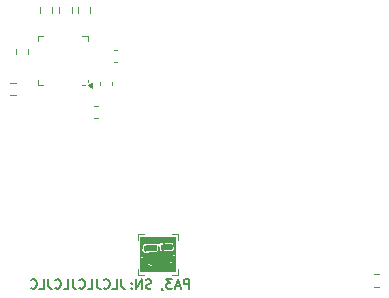
<source format=gbr>
%TF.GenerationSoftware,KiCad,Pcbnew,8.0.2-8.0.2-0~ubuntu22.04.1*%
%TF.CreationDate,2024-06-03T20:12:09+08:00*%
%TF.ProjectId,pcb-stm32,7063622d-7374-46d3-9332-2e6b69636164,rev?*%
%TF.SameCoordinates,Original*%
%TF.FileFunction,Legend,Bot*%
%TF.FilePolarity,Positive*%
%FSLAX46Y46*%
G04 Gerber Fmt 4.6, Leading zero omitted, Abs format (unit mm)*
G04 Created by KiCad (PCBNEW 8.0.2-8.0.2-0~ubuntu22.04.1) date 2024-06-03 20:12:09*
%MOMM*%
%LPD*%
G01*
G04 APERTURE LIST*
%ADD10C,0.100000*%
%ADD11C,0.150000*%
%ADD12C,0.120000*%
%ADD13C,0.000000*%
G04 APERTURE END LIST*
D10*
X118900000Y-95200000D02*
X118900000Y-94700000D01*
X122300000Y-91800000D02*
X122300000Y-92300000D01*
X118900000Y-95200000D02*
X119400000Y-95200000D01*
X122300000Y-91800000D02*
X121800000Y-91800000D01*
X122300000Y-95200000D02*
X122300000Y-94700000D01*
X122300000Y-95200000D02*
X121800000Y-95200000D01*
X118900000Y-91800000D02*
X118900000Y-92300000D01*
X118900000Y-91800000D02*
X119400000Y-91800000D01*
D11*
X117482268Y-95594295D02*
X117482268Y-96165723D01*
X117482268Y-96165723D02*
X117520363Y-96280009D01*
X117520363Y-96280009D02*
X117596554Y-96356200D01*
X117596554Y-96356200D02*
X117710839Y-96394295D01*
X117710839Y-96394295D02*
X117787030Y-96394295D01*
X116720363Y-96394295D02*
X117101315Y-96394295D01*
X117101315Y-96394295D02*
X117101315Y-95594295D01*
X115996553Y-96318104D02*
X116034649Y-96356200D01*
X116034649Y-96356200D02*
X116148934Y-96394295D01*
X116148934Y-96394295D02*
X116225125Y-96394295D01*
X116225125Y-96394295D02*
X116339411Y-96356200D01*
X116339411Y-96356200D02*
X116415601Y-96280009D01*
X116415601Y-96280009D02*
X116453696Y-96203819D01*
X116453696Y-96203819D02*
X116491792Y-96051438D01*
X116491792Y-96051438D02*
X116491792Y-95937152D01*
X116491792Y-95937152D02*
X116453696Y-95784771D01*
X116453696Y-95784771D02*
X116415601Y-95708580D01*
X116415601Y-95708580D02*
X116339411Y-95632390D01*
X116339411Y-95632390D02*
X116225125Y-95594295D01*
X116225125Y-95594295D02*
X116148934Y-95594295D01*
X116148934Y-95594295D02*
X116034649Y-95632390D01*
X116034649Y-95632390D02*
X115996553Y-95670485D01*
X115425125Y-95594295D02*
X115425125Y-96165723D01*
X115425125Y-96165723D02*
X115463220Y-96280009D01*
X115463220Y-96280009D02*
X115539411Y-96356200D01*
X115539411Y-96356200D02*
X115653696Y-96394295D01*
X115653696Y-96394295D02*
X115729887Y-96394295D01*
X114663220Y-96394295D02*
X115044172Y-96394295D01*
X115044172Y-96394295D02*
X115044172Y-95594295D01*
X113939410Y-96318104D02*
X113977506Y-96356200D01*
X113977506Y-96356200D02*
X114091791Y-96394295D01*
X114091791Y-96394295D02*
X114167982Y-96394295D01*
X114167982Y-96394295D02*
X114282268Y-96356200D01*
X114282268Y-96356200D02*
X114358458Y-96280009D01*
X114358458Y-96280009D02*
X114396553Y-96203819D01*
X114396553Y-96203819D02*
X114434649Y-96051438D01*
X114434649Y-96051438D02*
X114434649Y-95937152D01*
X114434649Y-95937152D02*
X114396553Y-95784771D01*
X114396553Y-95784771D02*
X114358458Y-95708580D01*
X114358458Y-95708580D02*
X114282268Y-95632390D01*
X114282268Y-95632390D02*
X114167982Y-95594295D01*
X114167982Y-95594295D02*
X114091791Y-95594295D01*
X114091791Y-95594295D02*
X113977506Y-95632390D01*
X113977506Y-95632390D02*
X113939410Y-95670485D01*
X113367982Y-95594295D02*
X113367982Y-96165723D01*
X113367982Y-96165723D02*
X113406077Y-96280009D01*
X113406077Y-96280009D02*
X113482268Y-96356200D01*
X113482268Y-96356200D02*
X113596553Y-96394295D01*
X113596553Y-96394295D02*
X113672744Y-96394295D01*
X112606077Y-96394295D02*
X112987029Y-96394295D01*
X112987029Y-96394295D02*
X112987029Y-95594295D01*
X111882267Y-96318104D02*
X111920363Y-96356200D01*
X111920363Y-96356200D02*
X112034648Y-96394295D01*
X112034648Y-96394295D02*
X112110839Y-96394295D01*
X112110839Y-96394295D02*
X112225125Y-96356200D01*
X112225125Y-96356200D02*
X112301315Y-96280009D01*
X112301315Y-96280009D02*
X112339410Y-96203819D01*
X112339410Y-96203819D02*
X112377506Y-96051438D01*
X112377506Y-96051438D02*
X112377506Y-95937152D01*
X112377506Y-95937152D02*
X112339410Y-95784771D01*
X112339410Y-95784771D02*
X112301315Y-95708580D01*
X112301315Y-95708580D02*
X112225125Y-95632390D01*
X112225125Y-95632390D02*
X112110839Y-95594295D01*
X112110839Y-95594295D02*
X112034648Y-95594295D01*
X112034648Y-95594295D02*
X111920363Y-95632390D01*
X111920363Y-95632390D02*
X111882267Y-95670485D01*
X111310839Y-95594295D02*
X111310839Y-96165723D01*
X111310839Y-96165723D02*
X111348934Y-96280009D01*
X111348934Y-96280009D02*
X111425125Y-96356200D01*
X111425125Y-96356200D02*
X111539410Y-96394295D01*
X111539410Y-96394295D02*
X111615601Y-96394295D01*
X110548934Y-96394295D02*
X110929886Y-96394295D01*
X110929886Y-96394295D02*
X110929886Y-95594295D01*
X109825124Y-96318104D02*
X109863220Y-96356200D01*
X109863220Y-96356200D02*
X109977505Y-96394295D01*
X109977505Y-96394295D02*
X110053696Y-96394295D01*
X110053696Y-96394295D02*
X110167982Y-96356200D01*
X110167982Y-96356200D02*
X110244172Y-96280009D01*
X110244172Y-96280009D02*
X110282267Y-96203819D01*
X110282267Y-96203819D02*
X110320363Y-96051438D01*
X110320363Y-96051438D02*
X110320363Y-95937152D01*
X110320363Y-95937152D02*
X110282267Y-95784771D01*
X110282267Y-95784771D02*
X110244172Y-95708580D01*
X110244172Y-95708580D02*
X110167982Y-95632390D01*
X110167982Y-95632390D02*
X110053696Y-95594295D01*
X110053696Y-95594295D02*
X109977505Y-95594295D01*
X109977505Y-95594295D02*
X109863220Y-95632390D01*
X109863220Y-95632390D02*
X109825124Y-95670485D01*
X123210839Y-96394295D02*
X123210839Y-95594295D01*
X123210839Y-95594295D02*
X122906077Y-95594295D01*
X122906077Y-95594295D02*
X122829887Y-95632390D01*
X122829887Y-95632390D02*
X122791792Y-95670485D01*
X122791792Y-95670485D02*
X122753696Y-95746676D01*
X122753696Y-95746676D02*
X122753696Y-95860961D01*
X122753696Y-95860961D02*
X122791792Y-95937152D01*
X122791792Y-95937152D02*
X122829887Y-95975247D01*
X122829887Y-95975247D02*
X122906077Y-96013342D01*
X122906077Y-96013342D02*
X123210839Y-96013342D01*
X122448935Y-96165723D02*
X122067982Y-96165723D01*
X122525125Y-96394295D02*
X122258458Y-95594295D01*
X122258458Y-95594295D02*
X121991792Y-96394295D01*
X121801316Y-95594295D02*
X121306078Y-95594295D01*
X121306078Y-95594295D02*
X121572744Y-95899057D01*
X121572744Y-95899057D02*
X121458459Y-95899057D01*
X121458459Y-95899057D02*
X121382268Y-95937152D01*
X121382268Y-95937152D02*
X121344173Y-95975247D01*
X121344173Y-95975247D02*
X121306078Y-96051438D01*
X121306078Y-96051438D02*
X121306078Y-96241914D01*
X121306078Y-96241914D02*
X121344173Y-96318104D01*
X121344173Y-96318104D02*
X121382268Y-96356200D01*
X121382268Y-96356200D02*
X121458459Y-96394295D01*
X121458459Y-96394295D02*
X121687030Y-96394295D01*
X121687030Y-96394295D02*
X121763221Y-96356200D01*
X121763221Y-96356200D02*
X121801316Y-96318104D01*
X120925125Y-96356200D02*
X120925125Y-96394295D01*
X120925125Y-96394295D02*
X120963220Y-96470485D01*
X120963220Y-96470485D02*
X121001316Y-96508580D01*
X120010840Y-96356200D02*
X119896554Y-96394295D01*
X119896554Y-96394295D02*
X119706078Y-96394295D01*
X119706078Y-96394295D02*
X119629887Y-96356200D01*
X119629887Y-96356200D02*
X119591792Y-96318104D01*
X119591792Y-96318104D02*
X119553697Y-96241914D01*
X119553697Y-96241914D02*
X119553697Y-96165723D01*
X119553697Y-96165723D02*
X119591792Y-96089533D01*
X119591792Y-96089533D02*
X119629887Y-96051438D01*
X119629887Y-96051438D02*
X119706078Y-96013342D01*
X119706078Y-96013342D02*
X119858459Y-95975247D01*
X119858459Y-95975247D02*
X119934649Y-95937152D01*
X119934649Y-95937152D02*
X119972744Y-95899057D01*
X119972744Y-95899057D02*
X120010840Y-95822866D01*
X120010840Y-95822866D02*
X120010840Y-95746676D01*
X120010840Y-95746676D02*
X119972744Y-95670485D01*
X119972744Y-95670485D02*
X119934649Y-95632390D01*
X119934649Y-95632390D02*
X119858459Y-95594295D01*
X119858459Y-95594295D02*
X119667982Y-95594295D01*
X119667982Y-95594295D02*
X119553697Y-95632390D01*
X119210839Y-96394295D02*
X119210839Y-95594295D01*
X119210839Y-95594295D02*
X118753696Y-96394295D01*
X118753696Y-96394295D02*
X118753696Y-95594295D01*
X118372744Y-96318104D02*
X118334649Y-96356200D01*
X118334649Y-96356200D02*
X118372744Y-96394295D01*
X118372744Y-96394295D02*
X118410840Y-96356200D01*
X118410840Y-96356200D02*
X118372744Y-96318104D01*
X118372744Y-96318104D02*
X118372744Y-96394295D01*
X118372744Y-95899057D02*
X118334649Y-95937152D01*
X118334649Y-95937152D02*
X118372744Y-95975247D01*
X118372744Y-95975247D02*
X118410840Y-95937152D01*
X118410840Y-95937152D02*
X118372744Y-95899057D01*
X118372744Y-95899057D02*
X118372744Y-95975247D01*
D12*
%TO.C,R9*%
X112227500Y-72562742D02*
X112227500Y-73037258D01*
X113272500Y-72562742D02*
X113272500Y-73037258D01*
%TO.C,C6*%
X115209420Y-80890000D02*
X115490580Y-80890000D01*
X115209420Y-81910000D02*
X115490580Y-81910000D01*
%TO.C,C8*%
X115690000Y-79140580D02*
X115690000Y-78859420D01*
X116710000Y-79140580D02*
X116710000Y-78859420D01*
%TO.C,R10*%
X139337258Y-95177500D02*
X138862742Y-95177500D01*
X139337258Y-96222500D02*
X138862742Y-96222500D01*
%TO.C,R6*%
X108062742Y-78977500D02*
X108537258Y-78977500D01*
X108062742Y-80022500D02*
X108537258Y-80022500D01*
%TO.C,R5*%
X113827500Y-73037258D02*
X113827500Y-72562742D01*
X114872500Y-73037258D02*
X114872500Y-72562742D01*
%TO.C,R8*%
X110602500Y-72562742D02*
X110602500Y-73037258D01*
X111647500Y-72562742D02*
X111647500Y-73037258D01*
%TO.C,U1*%
X110415000Y-74965000D02*
X110415000Y-75440000D01*
X110415000Y-79185000D02*
X110415000Y-78710000D01*
X110890000Y-74965000D02*
X110415000Y-74965000D01*
X110890000Y-79185000D02*
X110415000Y-79185000D01*
X114160000Y-74965000D02*
X114635000Y-74965000D01*
X114395000Y-79185000D02*
X114160000Y-79185000D01*
X114635000Y-74965000D02*
X114635000Y-75440000D01*
X114635000Y-78885000D02*
X114635000Y-78710000D01*
X114965000Y-79425000D02*
X114635000Y-79185000D01*
X114965000Y-78945000D01*
X114965000Y-79425000D01*
G36*
X114965000Y-79425000D02*
G01*
X114635000Y-79185000D01*
X114965000Y-78945000D01*
X114965000Y-79425000D01*
G37*
%TO.C,R7*%
X108577500Y-76537258D02*
X108577500Y-76062742D01*
X109622500Y-76537258D02*
X109622500Y-76062742D01*
%TO.C,C7*%
X116859420Y-76190000D02*
X117140580Y-76190000D01*
X116859420Y-77210000D02*
X117140580Y-77210000D01*
D13*
%TO.C,G\u002A\u002A\u002A*%
G36*
X121532557Y-94134844D02*
G01*
X121532226Y-94139599D01*
X121530095Y-94140997D01*
X121529166Y-94139338D01*
X121529725Y-94132011D01*
X121531412Y-94129841D01*
X121532557Y-94134844D01*
G37*
G36*
X119312935Y-93214821D02*
G01*
X119315467Y-93221060D01*
X119314938Y-93224294D01*
X119310779Y-93228092D01*
X119308622Y-93227298D01*
X119306091Y-93221060D01*
X119306620Y-93217825D01*
X119310779Y-93214027D01*
X119312935Y-93214821D01*
G37*
G36*
X120849749Y-92614628D02*
G01*
X120850812Y-92618642D01*
X120849852Y-92619922D01*
X120843503Y-92623330D01*
X120842457Y-92623196D01*
X120839092Y-92618642D01*
X120839986Y-92616401D01*
X120846401Y-92613954D01*
X120849749Y-92614628D01*
G37*
G36*
X120881285Y-92600036D02*
G01*
X120880492Y-92602124D01*
X120874252Y-92604577D01*
X120871049Y-92604374D01*
X120867220Y-92602735D01*
X120868084Y-92601522D01*
X120874252Y-92598194D01*
X120877848Y-92597457D01*
X120881285Y-92600036D01*
G37*
G36*
X121548315Y-94114272D02*
G01*
X121551680Y-94118826D01*
X121550785Y-94121067D01*
X121544371Y-94123514D01*
X121541022Y-94122840D01*
X121539959Y-94118826D01*
X121540919Y-94117546D01*
X121547268Y-94114138D01*
X121548315Y-94114272D01*
G37*
G36*
X120827524Y-92644246D02*
G01*
X120821784Y-92655142D01*
X120819669Y-92658602D01*
X120812754Y-92666179D01*
X120808026Y-92665228D01*
X120806275Y-92655719D01*
X120808378Y-92649234D01*
X120816823Y-92642477D01*
X120821596Y-92640764D01*
X120827633Y-92639893D01*
X120827524Y-92644246D01*
G37*
G36*
X119474862Y-92664174D02*
G01*
X119474768Y-92664653D01*
X119470541Y-92670202D01*
X119461969Y-92678070D01*
X119455763Y-92682538D01*
X119444529Y-92687778D01*
X119436033Y-92688367D01*
X119432669Y-92683836D01*
X119434287Y-92680496D01*
X119441721Y-92676342D01*
X119447030Y-92674004D01*
X119453294Y-92667404D01*
X119456133Y-92664181D01*
X119463671Y-92661214D01*
X119471347Y-92660997D01*
X119474862Y-92664174D01*
G37*
G36*
X120816377Y-93169353D02*
G01*
X120823422Y-93180656D01*
X120826975Y-93187133D01*
X120831524Y-93198245D01*
X120832007Y-93204737D01*
X120828193Y-93207483D01*
X120822867Y-93204944D01*
X120820340Y-93197342D01*
X120819623Y-93194323D01*
X120813584Y-93190587D01*
X120807592Y-93189299D01*
X120803446Y-93182541D01*
X120806525Y-93171367D01*
X120808972Y-93167168D01*
X120812167Y-93165191D01*
X120816377Y-93169353D01*
G37*
G36*
X119717159Y-92642248D02*
G01*
X119734337Y-92642807D01*
X119744814Y-92644015D01*
X119750038Y-92646057D01*
X119751458Y-92649114D01*
X119751396Y-92649871D01*
X119749348Y-92652537D01*
X119743396Y-92654345D01*
X119732174Y-92655447D01*
X119714313Y-92655997D01*
X119688446Y-92656146D01*
X119682600Y-92656128D01*
X119659924Y-92655703D01*
X119641206Y-92654795D01*
X119628251Y-92653519D01*
X119622865Y-92651991D01*
X119622974Y-92648627D01*
X119629503Y-92645696D01*
X119643492Y-92643695D01*
X119665572Y-92642540D01*
X119696373Y-92642146D01*
X119717159Y-92642248D01*
G37*
G36*
X121537181Y-92543958D02*
G01*
X121561520Y-92544837D01*
X121578127Y-92546288D01*
X121586593Y-92548254D01*
X121586509Y-92550676D01*
X121577464Y-92553497D01*
X121576828Y-92553629D01*
X121565377Y-92554969D01*
X121547758Y-92556003D01*
X121526192Y-92556711D01*
X121502898Y-92557075D01*
X121480094Y-92557074D01*
X121459999Y-92556691D01*
X121444832Y-92555906D01*
X121436812Y-92554700D01*
X121434146Y-92553544D01*
X121431295Y-92550131D01*
X121437487Y-92547404D01*
X121452483Y-92545399D01*
X121476044Y-92544154D01*
X121507931Y-92543704D01*
X121537181Y-92543958D01*
G37*
G36*
X120176894Y-92609954D02*
G01*
X120192651Y-92611418D01*
X120201382Y-92613773D01*
X120204494Y-92616254D01*
X120204418Y-92618741D01*
X120198994Y-92620726D01*
X120187214Y-92622404D01*
X120168074Y-92623972D01*
X120140568Y-92625626D01*
X120123352Y-92626790D01*
X120097491Y-92629206D01*
X120073922Y-92632119D01*
X120056183Y-92635130D01*
X120040919Y-92637526D01*
X120020182Y-92639248D01*
X119997603Y-92640008D01*
X119975419Y-92639829D01*
X119955866Y-92638733D01*
X119941179Y-92636743D01*
X119933595Y-92633883D01*
X119934410Y-92632142D01*
X119943440Y-92629910D01*
X119961254Y-92627842D01*
X119987513Y-92625989D01*
X120010626Y-92624288D01*
X120034538Y-92621769D01*
X120054676Y-92618877D01*
X120068242Y-92615961D01*
X120073350Y-92614697D01*
X120089680Y-92612267D01*
X120110504Y-92610540D01*
X120133516Y-92609553D01*
X120156414Y-92609345D01*
X120176894Y-92609954D01*
G37*
G36*
X121168549Y-92560367D02*
G01*
X121187759Y-92560967D01*
X121201331Y-92562019D01*
X121207461Y-92563557D01*
X121209418Y-92566910D01*
X121206914Y-92569854D01*
X121198687Y-92572219D01*
X121183824Y-92574170D01*
X121161411Y-92575872D01*
X121130536Y-92577490D01*
X121118220Y-92578103D01*
X121091487Y-92579728D01*
X121067370Y-92581570D01*
X121048121Y-92583448D01*
X121035991Y-92585178D01*
X121023307Y-92586921D01*
X121005228Y-92588145D01*
X120984376Y-92588752D01*
X120962774Y-92588769D01*
X120942444Y-92588224D01*
X120925410Y-92587142D01*
X120913695Y-92585552D01*
X120909321Y-92583481D01*
X120913207Y-92581471D01*
X120925011Y-92579280D01*
X120943220Y-92577246D01*
X120966303Y-92575582D01*
X120982788Y-92574498D01*
X121005476Y-92572257D01*
X121020422Y-92569638D01*
X121026810Y-92566757D01*
X121027669Y-92566167D01*
X121035859Y-92564491D01*
X121051034Y-92563044D01*
X121071389Y-92561859D01*
X121095121Y-92560966D01*
X121120427Y-92560399D01*
X121145504Y-92560189D01*
X121168549Y-92560367D01*
G37*
G36*
X119393995Y-92726531D02*
G01*
X119399198Y-92730389D01*
X119398370Y-92738413D01*
X119391648Y-92748068D01*
X119390192Y-92749842D01*
X119388630Y-92753085D01*
X119387328Y-92758174D01*
X119386262Y-92765863D01*
X119385410Y-92776904D01*
X119384748Y-92792051D01*
X119384252Y-92812057D01*
X119383898Y-92837674D01*
X119383664Y-92869655D01*
X119383526Y-92908753D01*
X119383461Y-92955722D01*
X119383444Y-93011314D01*
X119383455Y-93059212D01*
X119383510Y-93107360D01*
X119383633Y-93147513D01*
X119383846Y-93180420D01*
X119384175Y-93206825D01*
X119384641Y-93227477D01*
X119385268Y-93243121D01*
X119386081Y-93254504D01*
X119387101Y-93262372D01*
X119388354Y-93267472D01*
X119389862Y-93270550D01*
X119391648Y-93272352D01*
X119396357Y-93277197D01*
X119399852Y-93286037D01*
X119399750Y-93287977D01*
X119396439Y-93293245D01*
X119389462Y-93291127D01*
X119380187Y-93281909D01*
X119379186Y-93280590D01*
X119377334Y-93277571D01*
X119375784Y-93273563D01*
X119374508Y-93267803D01*
X119373484Y-93259531D01*
X119372685Y-93247981D01*
X119372088Y-93232394D01*
X119371666Y-93212004D01*
X119371394Y-93186052D01*
X119371249Y-93153773D01*
X119371205Y-93114405D01*
X119371236Y-93067186D01*
X119371318Y-93011354D01*
X119371321Y-93009608D01*
X119371441Y-92953323D01*
X119371611Y-92905682D01*
X119371853Y-92865977D01*
X119372187Y-92833494D01*
X119372631Y-92807525D01*
X119373207Y-92787358D01*
X119373935Y-92772283D01*
X119374834Y-92761589D01*
X119375926Y-92754564D01*
X119377229Y-92750500D01*
X119378765Y-92748684D01*
X119382527Y-92745146D01*
X119385788Y-92735611D01*
X119387074Y-92730355D01*
X119392820Y-92726467D01*
X119393995Y-92726531D01*
G37*
G36*
X120486585Y-92724946D02*
G01*
X120489550Y-92737007D01*
X120494789Y-92745445D01*
X120494919Y-92745574D01*
X120496731Y-92752255D01*
X120496772Y-92752642D01*
X120498291Y-92766981D01*
X120499597Y-92788508D01*
X120500649Y-92815592D01*
X120501124Y-92834293D01*
X120501446Y-92846989D01*
X120501986Y-92881455D01*
X120502268Y-92917745D01*
X120502275Y-92928233D01*
X120502291Y-92954615D01*
X120502055Y-92990821D01*
X120501558Y-93025120D01*
X120500798Y-93056267D01*
X120500323Y-93068695D01*
X120499776Y-93083018D01*
X120498489Y-93104129D01*
X120496938Y-93118356D01*
X120495119Y-93124455D01*
X120494510Y-93125023D01*
X120489498Y-93133837D01*
X120485970Y-93146544D01*
X120484959Y-93150738D01*
X120482921Y-93159191D01*
X120475200Y-93172176D01*
X120463973Y-93176523D01*
X120459398Y-93177497D01*
X120452974Y-93183555D01*
X120451727Y-93185433D01*
X120443688Y-93189316D01*
X120432324Y-93190578D01*
X120421704Y-93189091D01*
X120415896Y-93184727D01*
X120415807Y-93184481D01*
X120412231Y-93181912D01*
X120404958Y-93186660D01*
X120396037Y-93191453D01*
X120379952Y-93193144D01*
X120376539Y-93193053D01*
X120360711Y-93195259D01*
X120344791Y-93200484D01*
X120342321Y-93201537D01*
X120320970Y-93207221D01*
X120295275Y-93209483D01*
X120276645Y-93210493D01*
X120252331Y-93213174D01*
X120229642Y-93216881D01*
X120217756Y-93218798D01*
X120192529Y-93221353D01*
X120158486Y-93223488D01*
X120115443Y-93225215D01*
X120063215Y-93226544D01*
X120040012Y-93227060D01*
X120002206Y-93228184D01*
X119970820Y-93229508D01*
X119946593Y-93230992D01*
X119930265Y-93232594D01*
X119922573Y-93234275D01*
X119915652Y-93235795D01*
X119899801Y-93237372D01*
X119875777Y-93238890D01*
X119844196Y-93240316D01*
X119805676Y-93241620D01*
X119760834Y-93242768D01*
X119740115Y-93243265D01*
X119703593Y-93244332D01*
X119670124Y-93245547D01*
X119640972Y-93246851D01*
X119617401Y-93248184D01*
X119600677Y-93249488D01*
X119592063Y-93250702D01*
X119591025Y-93250983D01*
X119573048Y-93254186D01*
X119552590Y-93255537D01*
X119532578Y-93255092D01*
X119515941Y-93252907D01*
X119505610Y-93249039D01*
X119498237Y-93244966D01*
X119486323Y-93242156D01*
X119485724Y-93242138D01*
X119475220Y-93237229D01*
X119463779Y-93224324D01*
X119451421Y-93206491D01*
X119451421Y-93150738D01*
X120440605Y-93150738D01*
X120442949Y-93153082D01*
X120445293Y-93150738D01*
X120442949Y-93148394D01*
X120440605Y-93150738D01*
X119451421Y-93150738D01*
X119451421Y-93068804D01*
X120454670Y-93068804D01*
X120454710Y-93072087D01*
X120456057Y-93085902D01*
X120458809Y-93093578D01*
X120462282Y-93094042D01*
X120465793Y-93086225D01*
X120466748Y-93082096D01*
X120468332Y-93068695D01*
X120468250Y-93055204D01*
X120466822Y-93043518D01*
X120464368Y-93035529D01*
X120461209Y-93033131D01*
X120457666Y-93038215D01*
X120456776Y-93041565D01*
X120455266Y-93053645D01*
X120454670Y-93068804D01*
X119451421Y-93068804D01*
X119451421Y-93011401D01*
X119451421Y-92972464D01*
X119855838Y-92972464D01*
X119859333Y-92982027D01*
X119862710Y-92984968D01*
X119871232Y-92988438D01*
X119879202Y-92988664D01*
X119882724Y-92985129D01*
X119882688Y-92984789D01*
X119879007Y-92978803D01*
X119871126Y-92970362D01*
X119864026Y-92964195D01*
X119859391Y-92962769D01*
X119856538Y-92967261D01*
X119855838Y-92972464D01*
X119451421Y-92972464D01*
X119451421Y-92951495D01*
X119737394Y-92951495D01*
X119738187Y-92953652D01*
X119744426Y-92956183D01*
X119747661Y-92955654D01*
X119751458Y-92951495D01*
X119750665Y-92949338D01*
X119744426Y-92946807D01*
X119741191Y-92947336D01*
X119737394Y-92951495D01*
X119451421Y-92951495D01*
X119451421Y-92911701D01*
X119788874Y-92911701D01*
X119789179Y-92915672D01*
X119795069Y-92924238D01*
X119805462Y-92935418D01*
X119814977Y-92944324D01*
X119824122Y-92951495D01*
X119826839Y-92953626D01*
X119833659Y-92955801D01*
X119835843Y-92951056D01*
X119834076Y-92947607D01*
X119826467Y-92943477D01*
X119821019Y-92940837D01*
X119817091Y-92934540D01*
X119816281Y-92931526D01*
X119810059Y-92928055D01*
X119806786Y-92927273D01*
X119805706Y-92925557D01*
X120018474Y-92925557D01*
X120020104Y-92941045D01*
X120025736Y-92951056D01*
X120029800Y-92958281D01*
X120047740Y-92978452D01*
X120052687Y-92982767D01*
X120058420Y-92985129D01*
X120066600Y-92988499D01*
X120080505Y-92984963D01*
X120094238Y-92972235D01*
X120107633Y-92950394D01*
X120118701Y-92928233D01*
X120109710Y-92911428D01*
X120099996Y-92897921D01*
X120086770Y-92886343D01*
X120073081Y-92879320D01*
X120061527Y-92878622D01*
X120057802Y-92880389D01*
X120049985Y-92885862D01*
X120047365Y-92887696D01*
X120035672Y-92897938D01*
X120024733Y-92910632D01*
X120018474Y-92925557D01*
X119805706Y-92925557D01*
X119803027Y-92921299D01*
X119802326Y-92917131D01*
X119796809Y-92911039D01*
X119788874Y-92911701D01*
X119451421Y-92911701D01*
X119451421Y-92864595D01*
X119721896Y-92864595D01*
X119722238Y-92868876D01*
X119728932Y-92877658D01*
X119732216Y-92881214D01*
X119741631Y-92888646D01*
X119748682Y-92890427D01*
X119751458Y-92885862D01*
X119749759Y-92880855D01*
X119742566Y-92872359D01*
X119733077Y-92865462D01*
X119724978Y-92863305D01*
X119721896Y-92864595D01*
X119451421Y-92864595D01*
X119451421Y-92834293D01*
X119671761Y-92834293D01*
X119672554Y-92836450D01*
X119678793Y-92838981D01*
X119682028Y-92838452D01*
X119685825Y-92834293D01*
X119685032Y-92832137D01*
X119678793Y-92829605D01*
X119675558Y-92830134D01*
X119671761Y-92834293D01*
X119451421Y-92834293D01*
X119451421Y-92816311D01*
X119463204Y-92792851D01*
X119464785Y-92789800D01*
X119478358Y-92770649D01*
X119497193Y-92756133D01*
X119503645Y-92752369D01*
X119506831Y-92750787D01*
X120436992Y-92750787D01*
X120441626Y-92756958D01*
X120447249Y-92757776D01*
X120449981Y-92752642D01*
X120449017Y-92748994D01*
X120442559Y-92745220D01*
X120439032Y-92746005D01*
X120436992Y-92750787D01*
X119506831Y-92750787D01*
X119510724Y-92748854D01*
X119518461Y-92746243D01*
X119528309Y-92744341D01*
X119541719Y-92742952D01*
X119560143Y-92741882D01*
X119585036Y-92740935D01*
X119617848Y-92739917D01*
X119618026Y-92739911D01*
X119651671Y-92738698D01*
X119685989Y-92737109D01*
X119718469Y-92735285D01*
X119746599Y-92733367D01*
X119767866Y-92731496D01*
X119780461Y-92730156D01*
X119807302Y-92727273D01*
X119838769Y-92723871D01*
X119871921Y-92720267D01*
X119876185Y-92719801D01*
X120408913Y-92719801D01*
X120416857Y-92726302D01*
X120424651Y-92730096D01*
X120429673Y-92730098D01*
X120432749Y-92724582D01*
X120433854Y-92719849D01*
X120430316Y-92714160D01*
X120418728Y-92712403D01*
X120418415Y-92712405D01*
X120409510Y-92714596D01*
X120408913Y-92719801D01*
X119876185Y-92719801D01*
X119903821Y-92716781D01*
X119957012Y-92711931D01*
X120020542Y-92708637D01*
X120089866Y-92707621D01*
X120120909Y-92707469D01*
X120152300Y-92706857D01*
X120177422Y-92705817D01*
X120195242Y-92704396D01*
X120204724Y-92702638D01*
X120207478Y-92701852D01*
X120219984Y-92699854D01*
X120238980Y-92697920D01*
X120262417Y-92696237D01*
X120288243Y-92694994D01*
X120292736Y-92694833D01*
X120320681Y-92694062D01*
X120341239Y-92694073D01*
X120356137Y-92694956D01*
X120367103Y-92696806D01*
X120375865Y-92699715D01*
X120386896Y-92703827D01*
X120393839Y-92704175D01*
X120398708Y-92700327D01*
X120404072Y-92696906D01*
X120416769Y-92694129D01*
X120431960Y-92693791D01*
X120445799Y-92695884D01*
X120454439Y-92700405D01*
X120461030Y-92705104D01*
X120472593Y-92708609D01*
X120477505Y-92709485D01*
X120484029Y-92714113D01*
X120485382Y-92719849D01*
X120486585Y-92724946D01*
G37*
G36*
X121823588Y-92858532D02*
G01*
X121823581Y-92893670D01*
X121823531Y-92934864D01*
X121823394Y-92968203D01*
X121823374Y-92970210D01*
X121823129Y-92994569D01*
X121822695Y-93014845D01*
X121822050Y-93029915D01*
X121821152Y-93040661D01*
X121819962Y-93047966D01*
X121818436Y-93052713D01*
X121816533Y-93055785D01*
X121814212Y-93058065D01*
X121808064Y-93064510D01*
X121804813Y-93070911D01*
X121803898Y-93073509D01*
X121802411Y-93075729D01*
X121798228Y-93081974D01*
X121789096Y-93092816D01*
X121784074Y-93098502D01*
X121775280Y-93109647D01*
X121770513Y-93117429D01*
X121765743Y-93122357D01*
X121754586Y-93124882D01*
X121741748Y-93123361D01*
X121732995Y-93118136D01*
X121732331Y-93109817D01*
X121733067Y-93105726D01*
X121730146Y-93099367D01*
X121727058Y-93099279D01*
X121725138Y-93105648D01*
X121725093Y-93107462D01*
X121723548Y-93113637D01*
X121718684Y-93117995D01*
X121708988Y-93121075D01*
X121692947Y-93123411D01*
X121669050Y-93125543D01*
X121657823Y-93126498D01*
X121630049Y-93129285D01*
X121600105Y-93132721D01*
X121572776Y-93136274D01*
X121554684Y-93138421D01*
X121515998Y-93141274D01*
X121468138Y-93143004D01*
X121411035Y-93143615D01*
X121368200Y-93143891D01*
X121333398Y-93144680D01*
X121305820Y-93146036D01*
X121284395Y-93148010D01*
X121268049Y-93150657D01*
X121250602Y-93153776D01*
X121227197Y-93156719D01*
X121207106Y-93158014D01*
X121191503Y-93158824D01*
X121169444Y-93160752D01*
X121143973Y-93163507D01*
X121118032Y-93166799D01*
X121094665Y-93169568D01*
X121060226Y-93172619D01*
X121025000Y-93174817D01*
X120993798Y-93175811D01*
X120930509Y-93176446D01*
X120909413Y-93155233D01*
X120899276Y-93145023D01*
X120887841Y-93133468D01*
X120880254Y-93125754D01*
X120878567Y-93123607D01*
X120876825Y-93119692D01*
X120875422Y-93113540D01*
X120874316Y-93104259D01*
X120873470Y-93090958D01*
X120873228Y-93083933D01*
X121748728Y-93083933D01*
X121750401Y-93085978D01*
X121757955Y-93087449D01*
X121765134Y-93084920D01*
X121767331Y-93075729D01*
X121766588Y-93068029D01*
X121764332Y-93064009D01*
X121763132Y-93064373D01*
X121757435Y-93069486D01*
X121751544Y-93077397D01*
X121748728Y-93083933D01*
X120873228Y-93083933D01*
X120872843Y-93072742D01*
X120872397Y-93048720D01*
X120872091Y-93018000D01*
X120871887Y-92979688D01*
X120871842Y-92964678D01*
X121237578Y-92964678D01*
X121239092Y-92967821D01*
X121245639Y-92974231D01*
X121254572Y-92980744D01*
X121262805Y-92985200D01*
X121267251Y-92985440D01*
X121268396Y-92982076D01*
X121266258Y-92972636D01*
X121259094Y-92964398D01*
X121249450Y-92960871D01*
X121241600Y-92961828D01*
X121237578Y-92964678D01*
X120871842Y-92964678D01*
X120871795Y-92949298D01*
X121223514Y-92949298D01*
X121224329Y-92952506D01*
X121230546Y-92956183D01*
X121233774Y-92955713D01*
X121237578Y-92951997D01*
X121236750Y-92949713D01*
X121230546Y-92945112D01*
X121226620Y-92944569D01*
X121223514Y-92949298D01*
X120871795Y-92949298D01*
X120871745Y-92932893D01*
X120871715Y-92913012D01*
X121189980Y-92913012D01*
X121191511Y-92926393D01*
X121195006Y-92936961D01*
X121203590Y-92941273D01*
X121209169Y-92941340D01*
X121213677Y-92937686D01*
X121211211Y-92930591D01*
X121209721Y-92929167D01*
X121772905Y-92929167D01*
X121772935Y-92937686D01*
X121772986Y-92951997D01*
X121773040Y-92967315D01*
X121773248Y-92982076D01*
X121773476Y-92998230D01*
X121774204Y-93021377D01*
X121775212Y-93036221D01*
X121776490Y-93042227D01*
X121779483Y-93044023D01*
X121783650Y-93040147D01*
X121783696Y-93040018D01*
X121784567Y-93032703D01*
X121785178Y-93017758D01*
X121785547Y-92996491D01*
X121785694Y-92970210D01*
X121785637Y-92940224D01*
X121785395Y-92907839D01*
X121784987Y-92874366D01*
X121784432Y-92841111D01*
X121783747Y-92809383D01*
X121782953Y-92780490D01*
X121782068Y-92755741D01*
X121781110Y-92736443D01*
X121780098Y-92723905D01*
X121779051Y-92719435D01*
X121778993Y-92719442D01*
X121777579Y-92724434D01*
X121776324Y-92738465D01*
X121775239Y-92761214D01*
X121774337Y-92792356D01*
X121773629Y-92831570D01*
X121773166Y-92874940D01*
X121773128Y-92878532D01*
X121773085Y-92884321D01*
X121772905Y-92929167D01*
X121209721Y-92929167D01*
X121201912Y-92921705D01*
X121189980Y-92913012D01*
X120871715Y-92913012D01*
X120871695Y-92899650D01*
X121242266Y-92899650D01*
X121242280Y-92900141D01*
X121246250Y-92906089D01*
X121255159Y-92905935D01*
X121260344Y-92902318D01*
X121259502Y-92897522D01*
X121251643Y-92895238D01*
X121246195Y-92896065D01*
X121242266Y-92899650D01*
X120871695Y-92899650D01*
X120871677Y-92887484D01*
X120871712Y-92864131D01*
X121120966Y-92864131D01*
X121123336Y-92869021D01*
X121132310Y-92878617D01*
X121133679Y-92879979D01*
X121142788Y-92888250D01*
X121147294Y-92890016D01*
X121148505Y-92885862D01*
X121148380Y-92884751D01*
X121146452Y-92883127D01*
X121223514Y-92883127D01*
X121224237Y-92885862D01*
X121224479Y-92886775D01*
X121230937Y-92890550D01*
X121234464Y-92889765D01*
X121236504Y-92884983D01*
X121231870Y-92878812D01*
X121226247Y-92877993D01*
X121223514Y-92883127D01*
X121146452Y-92883127D01*
X121144133Y-92881174D01*
X121140994Y-92879374D01*
X121136785Y-92871798D01*
X121133777Y-92866326D01*
X121129666Y-92863925D01*
X121401952Y-92863925D01*
X121404171Y-92881134D01*
X121406833Y-92884983D01*
X121415202Y-92897081D01*
X121419309Y-92900556D01*
X121422800Y-92902318D01*
X121437057Y-92909513D01*
X121456961Y-92912796D01*
X121475027Y-92909570D01*
X121481758Y-92904972D01*
X121489432Y-92892125D01*
X121492600Y-92874940D01*
X121491260Y-92855850D01*
X121485412Y-92837287D01*
X121475056Y-92821683D01*
X121471734Y-92818597D01*
X121457624Y-92811834D01*
X121443022Y-92812561D01*
X121430916Y-92820836D01*
X121422412Y-92830936D01*
X121412209Y-92842617D01*
X121408638Y-92847123D01*
X121401952Y-92863925D01*
X121129666Y-92863925D01*
X121127093Y-92862422D01*
X121124733Y-92862495D01*
X121120966Y-92864131D01*
X120871712Y-92864131D01*
X120871736Y-92847778D01*
X120871958Y-92815713D01*
X120872374Y-92790397D01*
X120873012Y-92770940D01*
X120873904Y-92756449D01*
X120875078Y-92746034D01*
X120876564Y-92738804D01*
X120878393Y-92733866D01*
X120884064Y-92720233D01*
X120888163Y-92706543D01*
X120888472Y-92705151D01*
X120893056Y-92696125D01*
X120902350Y-92693651D01*
X120912113Y-92690841D01*
X120920979Y-92679884D01*
X120921095Y-92679662D01*
X120927808Y-92668948D01*
X120930575Y-92665975D01*
X121753467Y-92665975D01*
X121756112Y-92676859D01*
X121756199Y-92677083D01*
X121761033Y-92683757D01*
X121765419Y-92681988D01*
X121767331Y-92672555D01*
X121765955Y-92664910D01*
X121760299Y-92660834D01*
X121756815Y-92661276D01*
X121753467Y-92665975D01*
X120930575Y-92665975D01*
X120933992Y-92662304D01*
X120937487Y-92661331D01*
X120949370Y-92659758D01*
X120967759Y-92658141D01*
X120990950Y-92656623D01*
X121017239Y-92655347D01*
X121032584Y-92654655D01*
X121060503Y-92653068D01*
X121085981Y-92651227D01*
X121106710Y-92649307D01*
X121120376Y-92647485D01*
X121123824Y-92646968D01*
X121139086Y-92645607D01*
X121161289Y-92644411D01*
X121188643Y-92643450D01*
X121219358Y-92642791D01*
X121251643Y-92642502D01*
X121279014Y-92642297D01*
X121314943Y-92641509D01*
X121350250Y-92640023D01*
X121386584Y-92637710D01*
X121425590Y-92634446D01*
X121468917Y-92630102D01*
X121518211Y-92624553D01*
X121575120Y-92617673D01*
X121598506Y-92614965D01*
X121622609Y-92613030D01*
X121641300Y-92613092D01*
X121656742Y-92615333D01*
X121671097Y-92619936D01*
X121686528Y-92627084D01*
X121686691Y-92627166D01*
X121701258Y-92633979D01*
X121712371Y-92638102D01*
X121717635Y-92638646D01*
X121719746Y-92635912D01*
X121719097Y-92630290D01*
X121710730Y-92628018D01*
X121704284Y-92626525D01*
X121702572Y-92619814D01*
X121702742Y-92619087D01*
X121708710Y-92612797D01*
X121722840Y-92609255D01*
X121726378Y-92608838D01*
X121748331Y-92608194D01*
X121764513Y-92612230D01*
X121777279Y-92621475D01*
X121781362Y-92625588D01*
X121793273Y-92637421D01*
X121806008Y-92649912D01*
X121823588Y-92667029D01*
X121823588Y-92672555D01*
X121823588Y-92858532D01*
G37*
G36*
X122100184Y-95000185D02*
G01*
X120600000Y-95000185D01*
X119099815Y-95000185D01*
X119099815Y-93842129D01*
X119139562Y-93842129D01*
X119142149Y-93848853D01*
X119146610Y-93851222D01*
X119152872Y-93846853D01*
X119161381Y-93838163D01*
X119173657Y-93830373D01*
X119185489Y-93826766D01*
X119194623Y-93827950D01*
X119198805Y-93834527D01*
X119197665Y-93852001D01*
X119190649Y-93866203D01*
X119187245Y-93872182D01*
X119181932Y-93885150D01*
X119176132Y-93901698D01*
X119170819Y-93918844D01*
X119166968Y-93933608D01*
X119165553Y-93943008D01*
X119168138Y-93949566D01*
X119174416Y-93959107D01*
X119178988Y-93964589D01*
X119184296Y-93967467D01*
X119189693Y-93963795D01*
X119193529Y-93959496D01*
X119205339Y-93941459D01*
X119213788Y-93921331D01*
X119217017Y-93903232D01*
X119217742Y-93895685D01*
X119221940Y-93880951D01*
X119228608Y-93866822D01*
X119236277Y-93856155D01*
X119243476Y-93851804D01*
X119244046Y-93851930D01*
X119247136Y-93857969D01*
X119249913Y-93872551D01*
X119252232Y-93894971D01*
X119254878Y-93917323D01*
X119259340Y-93939268D01*
X119264915Y-93957115D01*
X119271046Y-93969108D01*
X119277176Y-93973496D01*
X119277507Y-93973454D01*
X119282853Y-93969355D01*
X119290096Y-93960604D01*
X119290281Y-93960343D01*
X119295695Y-93950593D01*
X119297263Y-93939914D01*
X119295597Y-93924271D01*
X119294670Y-93918357D01*
X119290597Y-93890021D01*
X119288496Y-93869691D01*
X119288347Y-93856385D01*
X119290124Y-93849121D01*
X119293807Y-93846918D01*
X119297597Y-93847790D01*
X119301403Y-93853411D01*
X119303221Y-93858430D01*
X119311498Y-93866277D01*
X119323494Y-93872508D01*
X119335897Y-93875046D01*
X119342971Y-93873591D01*
X119350600Y-93865980D01*
X119353178Y-93853842D01*
X119350427Y-93839433D01*
X119342070Y-93825009D01*
X119334869Y-93815608D01*
X119324188Y-93800622D01*
X119313229Y-93784415D01*
X119303135Y-93770258D01*
X119291657Y-93756433D01*
X119282352Y-93747506D01*
X119273670Y-93738543D01*
X119266236Y-93720936D01*
X119265909Y-93719287D01*
X119262119Y-93706252D01*
X119257618Y-93697348D01*
X119255973Y-93692367D01*
X119254555Y-93680429D01*
X119253486Y-93661172D01*
X119252746Y-93634085D01*
X119252317Y-93598652D01*
X119252178Y-93554361D01*
X119252226Y-93518176D01*
X119252432Y-93484969D01*
X119252857Y-93458938D01*
X119253562Y-93438914D01*
X119254606Y-93423730D01*
X119256051Y-93412216D01*
X119257956Y-93403205D01*
X119260382Y-93395527D01*
X119262368Y-93389340D01*
X119266927Y-93365697D01*
X119268586Y-93338664D01*
X119268587Y-93338117D01*
X119270520Y-93314198D01*
X119275613Y-93291218D01*
X119283079Y-93271286D01*
X119292133Y-93256511D01*
X119301989Y-93249002D01*
X119307375Y-93247389D01*
X119311821Y-93247780D01*
X119314763Y-93253049D01*
X119318266Y-93265258D01*
X119324316Y-93278012D01*
X119335121Y-93288699D01*
X119337034Y-93289911D01*
X119348789Y-93299477D01*
X119360071Y-93311305D01*
X119364426Y-93315979D01*
X119378090Y-93324767D01*
X119391891Y-93326698D01*
X119403320Y-93321198D01*
X119405610Y-93319596D01*
X119412381Y-93320396D01*
X119422963Y-93327888D01*
X119429144Y-93332518D01*
X119448096Y-93341545D01*
X119472426Y-93346630D01*
X119503248Y-93347941D01*
X119541677Y-93345644D01*
X119560957Y-93344148D01*
X119589119Y-93342559D01*
X119621650Y-93341173D01*
X119655902Y-93340099D01*
X119689229Y-93339449D01*
X119784051Y-93338261D01*
X119787080Y-93352068D01*
X119787230Y-93353245D01*
X119787628Y-93362857D01*
X119787921Y-93380857D01*
X119788111Y-93406495D01*
X119788206Y-93439024D01*
X119788208Y-93477692D01*
X119788124Y-93521752D01*
X119787958Y-93570453D01*
X119787715Y-93623046D01*
X119787399Y-93678782D01*
X119787015Y-93736912D01*
X119786569Y-93796686D01*
X119786066Y-93857355D01*
X119785509Y-93918170D01*
X119784904Y-93978382D01*
X119784255Y-94037240D01*
X119783568Y-94093996D01*
X119782848Y-94147901D01*
X119782098Y-94198205D01*
X119781325Y-94244158D01*
X119781137Y-94254641D01*
X119780442Y-94295890D01*
X119779997Y-94328904D01*
X119779829Y-94354616D01*
X119779967Y-94373954D01*
X119780439Y-94387851D01*
X119781272Y-94397238D01*
X119782494Y-94403043D01*
X119784133Y-94406200D01*
X119786217Y-94407638D01*
X119792729Y-94407913D01*
X119802399Y-94403023D01*
X119803581Y-94401967D01*
X119811932Y-94396205D01*
X119816013Y-94398526D01*
X119817091Y-94409487D01*
X119817287Y-94414654D01*
X119820040Y-94421755D01*
X119827639Y-94423479D01*
X119840503Y-94421229D01*
X119849361Y-94412925D01*
X119854162Y-94397083D01*
X119856505Y-94388095D01*
X119860734Y-94382012D01*
X119864647Y-94383494D01*
X119866579Y-94393079D01*
X119867495Y-94399469D01*
X119871826Y-94411325D01*
X119874216Y-94417731D01*
X119874554Y-94428822D01*
X119874530Y-94428913D01*
X119875855Y-94436633D01*
X119885333Y-94442404D01*
X119895471Y-94447619D01*
X119903645Y-94454577D01*
X119906782Y-94457320D01*
X119916519Y-94460283D01*
X119927911Y-94460147D01*
X119937374Y-94457188D01*
X119941325Y-94451680D01*
X119941314Y-94451325D01*
X119936704Y-94445910D01*
X119923454Y-94443175D01*
X119921260Y-94442966D01*
X119910268Y-94440371D01*
X119907408Y-94436143D01*
X119912241Y-94431541D01*
X119923344Y-94429171D01*
X119937248Y-94430109D01*
X119950701Y-94434479D01*
X119950787Y-94434522D01*
X119965709Y-94440340D01*
X119981829Y-94444399D01*
X119994874Y-94448536D01*
X120001315Y-94456483D01*
X120005148Y-94462091D01*
X120014912Y-94465084D01*
X120031410Y-94464586D01*
X120055658Y-94460676D01*
X120057649Y-94460287D01*
X120070504Y-94457539D01*
X120077370Y-94454308D01*
X120081074Y-94448283D01*
X120084443Y-94437155D01*
X120086245Y-94429603D01*
X120085855Y-94423118D01*
X120082005Y-94416194D01*
X120073567Y-94406842D01*
X120059410Y-94393074D01*
X120047171Y-94381579D01*
X120035341Y-94371850D01*
X120024566Y-94365832D01*
X120011751Y-94361889D01*
X119993803Y-94358386D01*
X119974688Y-94355524D01*
X119953165Y-94354473D01*
X119933930Y-94356694D01*
X119928329Y-94357759D01*
X119915833Y-94359263D01*
X119908173Y-94357768D01*
X119902171Y-94352896D01*
X119898790Y-94350054D01*
X119886283Y-94345276D01*
X119866215Y-94342948D01*
X119838187Y-94341510D01*
X119838832Y-94217276D01*
X119839015Y-94195375D01*
X119839640Y-94155932D01*
X119840595Y-94116361D01*
X119841810Y-94079038D01*
X119843212Y-94046338D01*
X119844730Y-94020639D01*
X119844846Y-94018985D01*
X119845821Y-94000309D01*
X119846820Y-93973428D01*
X119847821Y-93939387D01*
X119848803Y-93899229D01*
X119849742Y-93853999D01*
X119850618Y-93804742D01*
X119851409Y-93752501D01*
X119852092Y-93698322D01*
X119852645Y-93643249D01*
X119852813Y-93624451D01*
X119853310Y-93572590D01*
X119853831Y-93523719D01*
X119854363Y-93478636D01*
X119854896Y-93438141D01*
X119855416Y-93403030D01*
X119855913Y-93374103D01*
X119856375Y-93352157D01*
X119856791Y-93337990D01*
X119857148Y-93332401D01*
X119857440Y-93331852D01*
X119861762Y-93329769D01*
X119871713Y-93328251D01*
X119888229Y-93327233D01*
X119912244Y-93326653D01*
X119944694Y-93326447D01*
X119967696Y-93326261D01*
X119997174Y-93325587D01*
X120024030Y-93324511D01*
X120046013Y-93323129D01*
X120060871Y-93321536D01*
X120062470Y-93321288D01*
X120079815Y-93318919D01*
X120103265Y-93316092D01*
X120129944Y-93313139D01*
X120156977Y-93310394D01*
X120162503Y-93309851D01*
X120187947Y-93307072D01*
X120211150Y-93304127D01*
X120229744Y-93301332D01*
X120241362Y-93299009D01*
X120251403Y-93297457D01*
X120269268Y-93296034D01*
X120292853Y-93294897D01*
X120320295Y-93294135D01*
X120349728Y-93293837D01*
X120378212Y-93293748D01*
X120402438Y-93293453D01*
X120419962Y-93292826D01*
X120432194Y-93291734D01*
X120440547Y-93290045D01*
X120446432Y-93287627D01*
X120451261Y-93284349D01*
X120462467Y-93277806D01*
X120473306Y-93274972D01*
X120477097Y-93273997D01*
X120487603Y-93267538D01*
X120500734Y-93256728D01*
X120514466Y-93243568D01*
X120526779Y-93230055D01*
X120535649Y-93218190D01*
X120539055Y-93209970D01*
X120540068Y-93204563D01*
X120546087Y-93195275D01*
X120546742Y-93194660D01*
X120551278Y-93185430D01*
X120553119Y-93172304D01*
X120553134Y-93171095D01*
X120555127Y-93156881D01*
X120559452Y-93145921D01*
X120564648Y-93136090D01*
X120569480Y-93122610D01*
X120570148Y-93119583D01*
X120572243Y-93104768D01*
X120574465Y-93081998D01*
X120576746Y-93052333D01*
X120579014Y-93016833D01*
X120581202Y-92976558D01*
X120583238Y-92932566D01*
X120585053Y-92885918D01*
X120585330Y-92878129D01*
X120586452Y-92848619D01*
X120587505Y-92826964D01*
X120588660Y-92811922D01*
X120590084Y-92802253D01*
X120591946Y-92796717D01*
X120594414Y-92794072D01*
X120597656Y-92793079D01*
X120599004Y-92792788D01*
X120609090Y-92789284D01*
X120624185Y-92782952D01*
X120641565Y-92774917D01*
X120662227Y-92766218D01*
X120685730Y-92760719D01*
X120703704Y-92762576D01*
X120716014Y-92771793D01*
X120716774Y-92773209D01*
X120718473Y-92780280D01*
X120719795Y-92792859D01*
X120720773Y-92811719D01*
X120721438Y-92837633D01*
X120721823Y-92871373D01*
X120721961Y-92913714D01*
X120722036Y-92946191D01*
X120722336Y-92981749D01*
X120722904Y-93009730D01*
X120723788Y-93031157D01*
X120725032Y-93047053D01*
X120726683Y-93058444D01*
X120728787Y-93066353D01*
X120730534Y-93071993D01*
X120734194Y-93090388D01*
X120735748Y-93109000D01*
X120735831Y-93112839D01*
X120738476Y-93131121D01*
X120745330Y-93143706D01*
X120751810Y-93153166D01*
X120754706Y-93161648D01*
X120754958Y-93162876D01*
X120759668Y-93170784D01*
X120769106Y-93182539D01*
X120781663Y-93196084D01*
X120791847Y-93206262D01*
X120802540Y-93215828D01*
X120811177Y-93220951D01*
X120820338Y-93223013D01*
X120832600Y-93223396D01*
X120834734Y-93223412D01*
X120854474Y-93225816D01*
X120868500Y-93232780D01*
X120868627Y-93232879D01*
X120878869Y-93239434D01*
X120886841Y-93242156D01*
X120894474Y-93244424D01*
X120904854Y-93250349D01*
X120909035Y-93252886D01*
X120916921Y-93255629D01*
X120928261Y-93257117D01*
X120945021Y-93257558D01*
X120969169Y-93257162D01*
X120986395Y-93256441D01*
X121009382Y-93254701D01*
X121028895Y-93252365D01*
X121041984Y-93249735D01*
X121049296Y-93248182D01*
X121064921Y-93246427D01*
X121087754Y-93245014D01*
X121118336Y-93243920D01*
X121157208Y-93243119D01*
X121204912Y-93242590D01*
X121216988Y-93242487D01*
X121266407Y-93241797D01*
X121306886Y-93240737D01*
X121338780Y-93239290D01*
X121362440Y-93237442D01*
X121378221Y-93235178D01*
X121403038Y-93230724D01*
X121428287Y-93227832D01*
X121447370Y-93227617D01*
X121447784Y-93228082D01*
X121449030Y-93235428D01*
X121450100Y-93251043D01*
X121450994Y-93274080D01*
X121451713Y-93303693D01*
X121452254Y-93339034D01*
X121452617Y-93379256D01*
X121452802Y-93423512D01*
X121452809Y-93470955D01*
X121452636Y-93520738D01*
X121452283Y-93572013D01*
X121451749Y-93623934D01*
X121451034Y-93675654D01*
X121450137Y-93726325D01*
X121449058Y-93775100D01*
X121447795Y-93821133D01*
X121446225Y-93872909D01*
X121444542Y-93929527D01*
X121443158Y-93977947D01*
X121442066Y-94018819D01*
X121441259Y-94052796D01*
X121440731Y-94080527D01*
X121440473Y-94102663D01*
X121440481Y-94119856D01*
X121440745Y-94132757D01*
X121441260Y-94142015D01*
X121442018Y-94148283D01*
X121443012Y-94152210D01*
X121444237Y-94154448D01*
X121444795Y-94155085D01*
X121453960Y-94160283D01*
X121463851Y-94159892D01*
X121470287Y-94153987D01*
X121472521Y-94149834D01*
X121478574Y-94146484D01*
X121483778Y-94150205D01*
X121485210Y-94159847D01*
X121484894Y-94163552D01*
X121486727Y-94171293D01*
X121494522Y-94174273D01*
X121504444Y-94173444D01*
X121516625Y-94168413D01*
X121521083Y-94165617D01*
X121530860Y-94161632D01*
X121536113Y-94164982D01*
X121538490Y-94176255D01*
X121539215Y-94181604D01*
X121543072Y-94189910D01*
X121551680Y-94193091D01*
X121560320Y-94195462D01*
X121571144Y-94201605D01*
X121580763Y-94206067D01*
X121596566Y-94207038D01*
X121601283Y-94206459D01*
X121611874Y-94203255D01*
X121616443Y-94199052D01*
X121614117Y-94195397D01*
X121604022Y-94193835D01*
X121591017Y-94192897D01*
X121579430Y-94189398D01*
X121575120Y-94183958D01*
X121575279Y-94183217D01*
X121580676Y-94180502D01*
X121591408Y-94179690D01*
X121604282Y-94180594D01*
X121616102Y-94183028D01*
X121623675Y-94186803D01*
X121623946Y-94187064D01*
X121633629Y-94191855D01*
X121646724Y-94193835D01*
X121658149Y-94195430D01*
X121671538Y-94203557D01*
X121673004Y-94205108D01*
X121680043Y-94210057D01*
X121689845Y-94211829D01*
X121705636Y-94211141D01*
X121705834Y-94211124D01*
X121723289Y-94208522D01*
X121733346Y-94203039D01*
X121737934Y-94192587D01*
X121738983Y-94175083D01*
X121736744Y-94159566D01*
X121729666Y-94143746D01*
X121719322Y-94132489D01*
X121707338Y-94128202D01*
X121699550Y-94125953D01*
X121689978Y-94118826D01*
X121682074Y-94112802D01*
X121671071Y-94109450D01*
X121669247Y-94109361D01*
X121657065Y-94106891D01*
X121643030Y-94102088D01*
X121637446Y-94099855D01*
X121627254Y-94097206D01*
X121617084Y-94097983D01*
X121602566Y-94102197D01*
X121591463Y-94105659D01*
X121581898Y-94107285D01*
X121574648Y-94105330D01*
X121566004Y-94099525D01*
X121562860Y-94097321D01*
X121549756Y-94091723D01*
X121533827Y-94091858D01*
X121530478Y-94092241D01*
X121517751Y-94092519D01*
X121509782Y-94090880D01*
X121507991Y-94087166D01*
X121506599Y-94077728D01*
X121505632Y-94061862D01*
X121505062Y-94038834D01*
X121504861Y-94007907D01*
X121504999Y-93968344D01*
X121505100Y-93953625D01*
X121505457Y-93907900D01*
X121505865Y-93867343D01*
X121506362Y-93830341D01*
X121506990Y-93795277D01*
X121507789Y-93760537D01*
X121508797Y-93724505D01*
X121510057Y-93685567D01*
X121511606Y-93642107D01*
X121513487Y-93592510D01*
X121515738Y-93535161D01*
X121516115Y-93525582D01*
X121517776Y-93481720D01*
X121519289Y-93439057D01*
X121520614Y-93398955D01*
X121521707Y-93362775D01*
X121522529Y-93331878D01*
X121523037Y-93307626D01*
X121523190Y-93291381D01*
X121523148Y-93273862D01*
X121523145Y-93254992D01*
X121523192Y-93241187D01*
X121523285Y-93234601D01*
X121524588Y-93233379D01*
X121533582Y-93231346D01*
X121551305Y-93229586D01*
X121577971Y-93228082D01*
X121613797Y-93226814D01*
X121622010Y-93226564D01*
X121674536Y-93224019D01*
X121719218Y-93219959D01*
X121757317Y-93214200D01*
X121790093Y-93206558D01*
X121818808Y-93196848D01*
X121825511Y-93194128D01*
X121842266Y-93186265D01*
X121853518Y-93178000D01*
X121861918Y-93166952D01*
X121870117Y-93150738D01*
X121871759Y-93147376D01*
X121880857Y-93132583D01*
X121890579Y-93121017D01*
X121902443Y-93110047D01*
X121912240Y-93119844D01*
X121913675Y-93121345D01*
X121918004Y-93127705D01*
X121920552Y-93136505D01*
X121921766Y-93150055D01*
X121922093Y-93170663D01*
X121922131Y-93174754D01*
X121923298Y-93197819D01*
X121925761Y-93220165D01*
X121929070Y-93237468D01*
X121931159Y-93247848D01*
X121933607Y-93269409D01*
X121935279Y-93296443D01*
X121936174Y-93326833D01*
X121936294Y-93358462D01*
X121935637Y-93389214D01*
X121934205Y-93416971D01*
X121931999Y-93439617D01*
X121929019Y-93455036D01*
X121927273Y-93461436D01*
X121923406Y-93481373D01*
X121921708Y-93499573D01*
X121921579Y-93505454D01*
X121920567Y-93517920D01*
X121917643Y-93528177D01*
X121911638Y-93538444D01*
X121901382Y-93550941D01*
X121885705Y-93567887D01*
X121879612Y-93574549D01*
X121867721Y-93588900D01*
X121859484Y-93600781D01*
X121856405Y-93608126D01*
X121854221Y-93615860D01*
X121847028Y-93625322D01*
X121840628Y-93635201D01*
X121837714Y-93649352D01*
X121838918Y-93663390D01*
X121844459Y-93673272D01*
X121845197Y-93673847D01*
X121855761Y-93676699D01*
X121866323Y-93672522D01*
X121873205Y-93662671D01*
X121874114Y-93660041D01*
X121882048Y-93648971D01*
X121895081Y-93645402D01*
X121895714Y-93645412D01*
X121899093Y-93646614D01*
X121901301Y-93650911D01*
X121902583Y-93659873D01*
X121903186Y-93675070D01*
X121903357Y-93698071D01*
X121903456Y-93709733D01*
X121904614Y-93736279D01*
X121907058Y-93753711D01*
X121910777Y-93761971D01*
X121915759Y-93760997D01*
X121918219Y-93756696D01*
X121923030Y-93743389D01*
X121929180Y-93722383D01*
X121936398Y-93694555D01*
X121939205Y-93683367D01*
X121942723Y-93671317D01*
X121945723Y-93666262D01*
X121949252Y-93666879D01*
X121954356Y-93671844D01*
X121960507Y-93679051D01*
X121970582Y-93697620D01*
X121973606Y-93719214D01*
X121975917Y-93735010D01*
X121984457Y-93747651D01*
X121986032Y-93749109D01*
X121996301Y-93756443D01*
X122004522Y-93756145D01*
X122013627Y-93748278D01*
X122019141Y-93741112D01*
X122019318Y-93734855D01*
X122014262Y-93725131D01*
X122013467Y-93723667D01*
X122009304Y-93711464D01*
X122006297Y-93695297D01*
X122004611Y-93677790D01*
X122004413Y-93661570D01*
X122005865Y-93649263D01*
X122009134Y-93643494D01*
X122012263Y-93642662D01*
X122018465Y-93645653D01*
X122020487Y-93656894D01*
X122021434Y-93663595D01*
X122027981Y-93674018D01*
X122038636Y-93678147D01*
X122044516Y-93679688D01*
X122053811Y-93685638D01*
X122061996Y-93690276D01*
X122069230Y-93687845D01*
X122072056Y-93677627D01*
X122071963Y-93675912D01*
X122068127Y-93662779D01*
X122060017Y-93646668D01*
X122049492Y-93630843D01*
X122038412Y-93618569D01*
X122038107Y-93618298D01*
X122028548Y-93606606D01*
X122022875Y-93593959D01*
X122019186Y-93583353D01*
X122013644Y-93575166D01*
X122013354Y-93574911D01*
X122008228Y-93566555D01*
X122004445Y-93554217D01*
X122004326Y-93553605D01*
X122000200Y-93541122D01*
X121994579Y-93532714D01*
X121990343Y-93526907D01*
X121988286Y-93517052D01*
X121988699Y-93502058D01*
X121991620Y-93480636D01*
X121997091Y-93451494D01*
X121997271Y-93450599D01*
X122000988Y-93429608D01*
X122003577Y-93408349D01*
X122005195Y-93384548D01*
X122005998Y-93355933D01*
X122006144Y-93320228D01*
X122005923Y-93296621D01*
X122005303Y-93268913D01*
X122004373Y-93244578D01*
X122003213Y-93225615D01*
X122001904Y-93214027D01*
X121999735Y-93202358D01*
X121996082Y-93182458D01*
X121992452Y-93162459D01*
X121989422Y-93147559D01*
X121984747Y-93128652D01*
X121980283Y-93114311D01*
X121977293Y-93103025D01*
X121974632Y-93084514D01*
X121973606Y-93065017D01*
X121973360Y-93053989D01*
X121970580Y-93032679D01*
X121964230Y-93015904D01*
X121963031Y-93013516D01*
X121957219Y-92996620D01*
X121954854Y-92980050D01*
X121954480Y-92973754D01*
X121949657Y-92956763D01*
X121938446Y-92936775D01*
X121930981Y-92924427D01*
X121924453Y-92911165D01*
X121921879Y-92902377D01*
X121921600Y-92899699D01*
X121918350Y-92887933D01*
X121912661Y-92874142D01*
X121910608Y-92869553D01*
X121908236Y-92862465D01*
X121906459Y-92853625D01*
X121905188Y-92841762D01*
X121904337Y-92825606D01*
X121903821Y-92803885D01*
X121903552Y-92775331D01*
X121903444Y-92738670D01*
X121903285Y-92621951D01*
X121887325Y-92602474D01*
X121881624Y-92594930D01*
X121873592Y-92581807D01*
X121869745Y-92571834D01*
X121866107Y-92563406D01*
X121854729Y-92557111D01*
X121849818Y-92555493D01*
X121837268Y-92548884D01*
X121827514Y-92540675D01*
X121823588Y-92533195D01*
X121822359Y-92529060D01*
X121813689Y-92520284D01*
X121797804Y-92511270D01*
X121797674Y-92511211D01*
X121792510Y-92509632D01*
X121784210Y-92508336D01*
X121771993Y-92507303D01*
X121755079Y-92506513D01*
X121732690Y-92505946D01*
X121704045Y-92505582D01*
X121668364Y-92505401D01*
X121624868Y-92505382D01*
X121572776Y-92505507D01*
X121544168Y-92505632D01*
X121468883Y-92506282D01*
X121402370Y-92507384D01*
X121344190Y-92508954D01*
X121293904Y-92511009D01*
X121251071Y-92513567D01*
X121215253Y-92516642D01*
X121186010Y-92520254D01*
X121182383Y-92520749D01*
X121164266Y-92522611D01*
X121140230Y-92524458D01*
X121112980Y-92526101D01*
X121085216Y-92527350D01*
X121079885Y-92527552D01*
X121050273Y-92528923D01*
X121020396Y-92530659D01*
X120993469Y-92532560D01*
X120972702Y-92534422D01*
X120970481Y-92534658D01*
X120943982Y-92537280D01*
X120915037Y-92539881D01*
X120889525Y-92541931D01*
X120866916Y-92544303D01*
X120851032Y-92547518D01*
X120843242Y-92551313D01*
X120838012Y-92555087D01*
X120827181Y-92557697D01*
X120817666Y-92558375D01*
X120805858Y-92562552D01*
X120801587Y-92569918D01*
X120801190Y-92572681D01*
X120797377Y-92576449D01*
X120793683Y-92578088D01*
X120784534Y-92585210D01*
X120772537Y-92596228D01*
X120759583Y-92609225D01*
X120747561Y-92622283D01*
X120738361Y-92633482D01*
X120733872Y-92640906D01*
X120733186Y-92642990D01*
X120729082Y-92648679D01*
X120721883Y-92646767D01*
X120721332Y-92646488D01*
X120710238Y-92643367D01*
X120696263Y-92642082D01*
X120695328Y-92642072D01*
X120678804Y-92639889D01*
X120662566Y-92635050D01*
X120648188Y-92630402D01*
X120623666Y-92628662D01*
X120601708Y-92635021D01*
X120594900Y-92637601D01*
X120578289Y-92640822D01*
X120558698Y-92642053D01*
X120545488Y-92641802D01*
X120532078Y-92639898D01*
X120520852Y-92634969D01*
X120507627Y-92625674D01*
X120499279Y-92619550D01*
X120487382Y-92612874D01*
X120474922Y-92609912D01*
X120457511Y-92609225D01*
X120456149Y-92609221D01*
X120433824Y-92608591D01*
X120413058Y-92607066D01*
X120395807Y-92604890D01*
X120384023Y-92602304D01*
X120379660Y-92599552D01*
X120381591Y-92596712D01*
X120389295Y-92592775D01*
X120394271Y-92590527D01*
X120397046Y-92585335D01*
X120391813Y-92579959D01*
X120379310Y-92575663D01*
X120372338Y-92574485D01*
X120349956Y-92572633D01*
X120321282Y-92572077D01*
X120288413Y-92572724D01*
X120253450Y-92574483D01*
X120218490Y-92577259D01*
X120185632Y-92580961D01*
X120156977Y-92585495D01*
X120154879Y-92585838D01*
X120141087Y-92587168D01*
X120120170Y-92588343D01*
X120093937Y-92589295D01*
X120064192Y-92589954D01*
X120032743Y-92590252D01*
X120023280Y-92590293D01*
X119979008Y-92590964D01*
X119942745Y-92592438D01*
X119913369Y-92594777D01*
X119889756Y-92598041D01*
X119873448Y-92600410D01*
X119846555Y-92602944D01*
X119812217Y-92604969D01*
X119769793Y-92606521D01*
X119718641Y-92607637D01*
X119679641Y-92608437D01*
X119637109Y-92609807D01*
X119603059Y-92611555D01*
X119577788Y-92613664D01*
X119561591Y-92616118D01*
X119550621Y-92618180D01*
X119529401Y-92621115D01*
X119504585Y-92623712D01*
X119479559Y-92625581D01*
X119470807Y-92626125D01*
X119444455Y-92628523D01*
X119427043Y-92631589D01*
X119418245Y-92635375D01*
X119412110Y-92639195D01*
X119400158Y-92642082D01*
X119390832Y-92644679D01*
X119378459Y-92651616D01*
X119366162Y-92660801D01*
X119356735Y-92670136D01*
X119352972Y-92677523D01*
X119352202Y-92680195D01*
X119346327Y-92688805D01*
X119336563Y-92698979D01*
X119324483Y-92713002D01*
X119320052Y-92726049D01*
X119319692Y-92730001D01*
X119316355Y-92743619D01*
X119310676Y-92758624D01*
X119309795Y-92760610D01*
X119307224Y-92767373D01*
X119305236Y-92775112D01*
X119303757Y-92785026D01*
X119302712Y-92798314D01*
X119302029Y-92816179D01*
X119301632Y-92839819D01*
X119301448Y-92870434D01*
X119301403Y-92909225D01*
X119301403Y-93039390D01*
X119284994Y-93057304D01*
X119284606Y-93057729D01*
X119272478Y-93074527D01*
X119268557Y-93089537D01*
X119266973Y-93101930D01*
X119262185Y-93116014D01*
X119261540Y-93117307D01*
X119256379Y-93130990D01*
X119252418Y-93146486D01*
X119251790Y-93149584D01*
X119248179Y-93162382D01*
X119244330Y-93170448D01*
X119235301Y-93183702D01*
X119223938Y-93211898D01*
X119218274Y-93245606D01*
X119216454Y-93262220D01*
X119213249Y-93277162D01*
X119209373Y-93284857D01*
X119207776Y-93286787D01*
X119204991Y-93295599D01*
X119203421Y-93311383D01*
X119202915Y-93335319D01*
X119202660Y-93348766D01*
X119201204Y-93376726D01*
X119198748Y-93406772D01*
X119195627Y-93434367D01*
X119195289Y-93436946D01*
X119192808Y-93461287D01*
X119191034Y-93488607D01*
X119189971Y-93517144D01*
X119189620Y-93545138D01*
X119189985Y-93570827D01*
X119191066Y-93592452D01*
X119192867Y-93608250D01*
X119195390Y-93616461D01*
X119197273Y-93622658D01*
X119199244Y-93636429D01*
X119200926Y-93655483D01*
X119202087Y-93677696D01*
X119202688Y-93698112D01*
X119202706Y-93716178D01*
X119201780Y-93728054D01*
X119199753Y-93735486D01*
X119196467Y-93740220D01*
X119191823Y-93745461D01*
X119188889Y-93750629D01*
X119188694Y-93751311D01*
X119185060Y-93758072D01*
X119177780Y-93769993D01*
X119168096Y-93785020D01*
X119162977Y-93792888D01*
X119149627Y-93815006D01*
X119141938Y-93831134D01*
X119139562Y-93842129D01*
X119099815Y-93842129D01*
X119099815Y-93500000D01*
X119099815Y-91999816D01*
X120600000Y-91999816D01*
X122100184Y-91999816D01*
X122100184Y-93500000D01*
X122100184Y-93677627D01*
X122100184Y-95000185D01*
G37*
%TD*%
M02*

</source>
